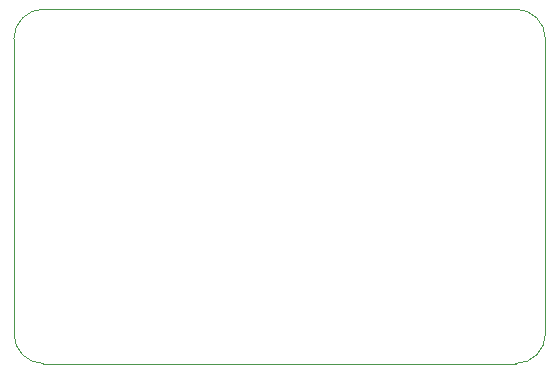
<source format=gbr>
%TF.GenerationSoftware,KiCad,Pcbnew,7.0.8*%
%TF.CreationDate,2025-01-10T13:03:09+01:00*%
%TF.ProjectId,LIR2032-charger,4c495232-3033-4322-9d63-686172676572,rev?*%
%TF.SameCoordinates,Original*%
%TF.FileFunction,Profile,NP*%
%FSLAX46Y46*%
G04 Gerber Fmt 4.6, Leading zero omitted, Abs format (unit mm)*
G04 Created by KiCad (PCBNEW 7.0.8) date 2025-01-10 13:03:09*
%MOMM*%
%LPD*%
G01*
G04 APERTURE LIST*
%TA.AperFunction,Profile*%
%ADD10C,0.100000*%
%TD*%
G04 APERTURE END LIST*
D10*
X118550000Y-48090000D02*
G75*
G03*
X116050000Y-50590000I0J-2500000D01*
G01*
X161050000Y-50590000D02*
G75*
G03*
X158550000Y-48090000I-2500000J0D01*
G01*
X116050000Y-75590000D02*
X116050000Y-50590000D01*
X116050000Y-75590000D02*
G75*
G03*
X118550000Y-78090000I2500000J0D01*
G01*
X118550000Y-48090000D02*
X158550000Y-48090000D01*
X161050000Y-50590000D02*
X161050000Y-75590000D01*
X158550000Y-78090000D02*
G75*
G03*
X161050000Y-75590000I0J2500000D01*
G01*
X158550000Y-78090000D02*
X118550000Y-78090000D01*
M02*

</source>
